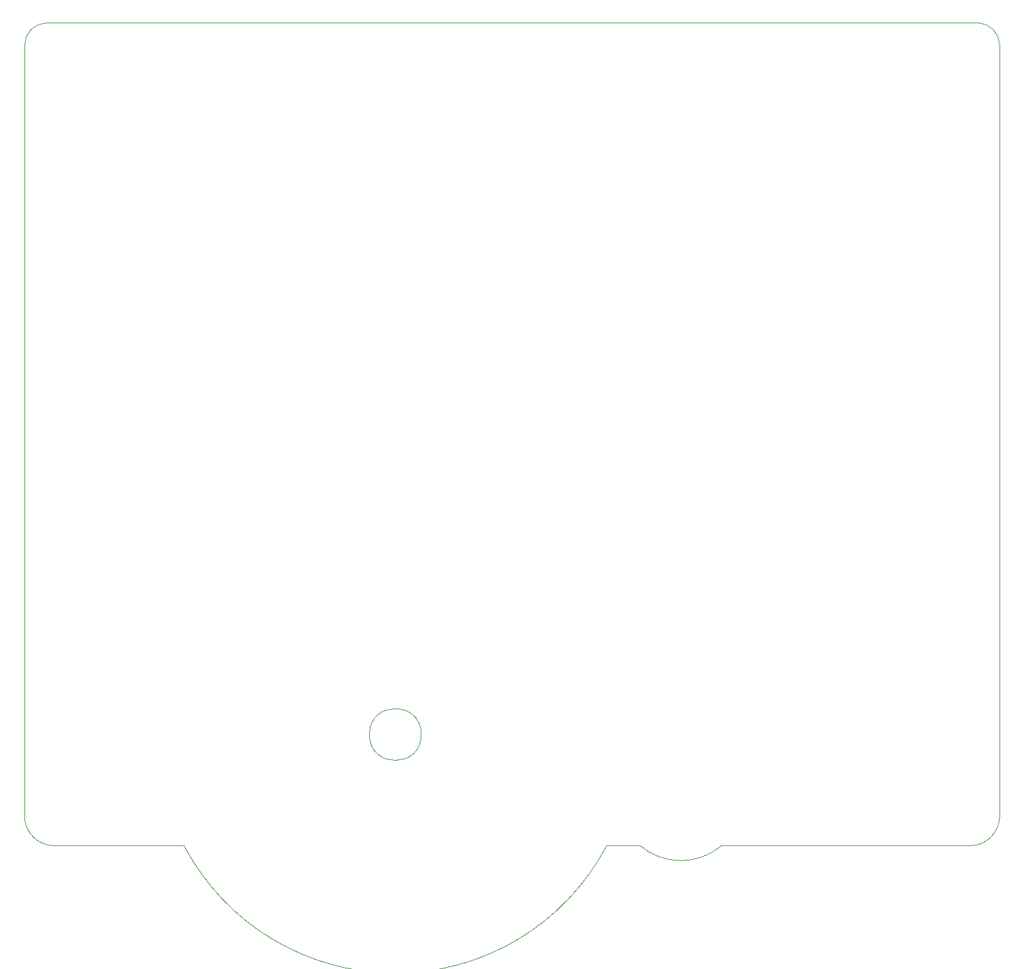
<source format=gbr>
%TF.GenerationSoftware,KiCad,Pcbnew,8.0.9*%
%TF.CreationDate,2025-03-21T10:18:05-04:00*%
%TF.ProjectId,Power_Elec_Project,506f7765-725f-4456-9c65-635f50726f6a,1*%
%TF.SameCoordinates,Original*%
%TF.FileFunction,Profile,NP*%
%FSLAX46Y46*%
G04 Gerber Fmt 4.6, Leading zero omitted, Abs format (unit mm)*
G04 Created by KiCad (PCBNEW 8.0.9) date 2025-03-21 10:18:05*
%MOMM*%
%LPD*%
G01*
G04 APERTURE LIST*
%TA.AperFunction,Profile*%
%ADD10C,0.050000*%
%TD*%
G04 APERTURE END LIST*
D10*
X88000000Y-32500000D02*
X213500000Y-32500000D01*
X216500000Y-139500000D02*
G75*
G02*
X212500000Y-143500000I-4000000J0D01*
G01*
X89000000Y-143500000D02*
G75*
G02*
X85000000Y-139500000I0J4000000D01*
G01*
X163499998Y-143499999D02*
G75*
G02*
X106500002Y-143500000I-28499998J14999999D01*
G01*
X212500000Y-143500000D02*
X179000000Y-143500000D01*
X85000027Y-139500000D02*
X85000000Y-35500000D01*
X179000000Y-143500000D02*
G75*
G02*
X168000000Y-143500000I-5500000J6500001D01*
G01*
X85000000Y-35500000D02*
G75*
G02*
X88000000Y-32500000I3000000J0D01*
G01*
X213500000Y-32500000D02*
G75*
G02*
X216500000Y-35500000I0J-3000000D01*
G01*
X89000000Y-143500000D02*
X106500001Y-143500000D01*
X168000000Y-143500000D02*
X163500000Y-143500000D01*
X216500000Y-35500000D02*
X216500000Y-139500000D01*
X180000000Y-143500000D02*
X180000000Y-143500000D01*
%TO.C,L2*%
X138500000Y-128500000D02*
G75*
G02*
X131500000Y-128500000I-3500000J0D01*
G01*
X131500000Y-128500000D02*
G75*
G02*
X138500000Y-128500000I3500000J0D01*
G01*
%TD*%
M02*

</source>
